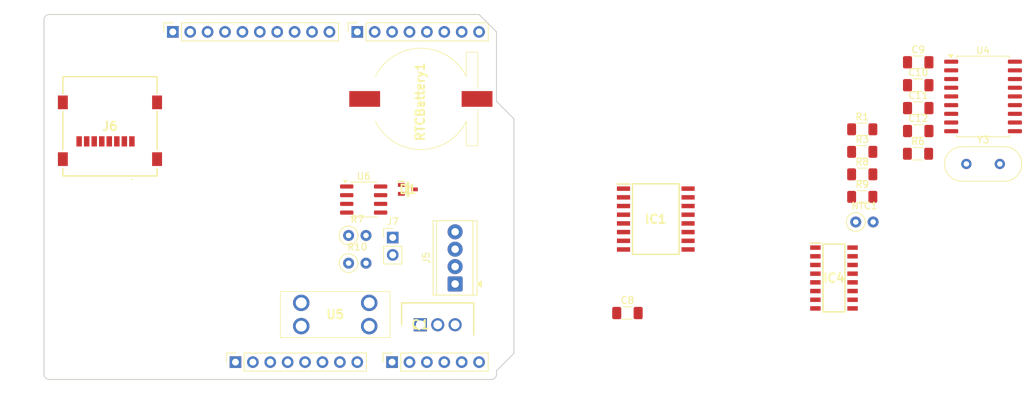
<source format=kicad_pcb>
(kicad_pcb (version 20241229) (generator "pcbnew") (generator_version "9.0")
  (title_block (date "mar. 31 mars 2015"))
  (layers (0 "F.Cu" signal) (2 "B.Cu" signal) (13 "F.Paste" user) (15 "B.Paste" user) (5 "F.SilkS" user "F.Silkscreen") (7 "B.SilkS" user "B.Silkscreen") (1 "F.Mask" user) (3 "B.Mask" user) (25 "Edge.Cuts" user))
  (net 0 "")
  (net 1 "GND")
  (net 3 "+5V")
  (net 4 "/IOREF")
  (net 5 "/A0")
  (net 6 "/A1")
  (net 7 "/A2")
  (net 8 "/A3")
  (net 9 "Net-(U4-OSC2)")
  (net 10 "Net-(U4-OSC1)")
  (net 11 "SCL")
  (net 12 "SDA")
  (net 13 "/AREF")
  (net 14 "/8")
  (net 15 "/7")
  (net 17 "/*10")
  (net 19 "/4")
  (net 20 "/2")
  (net 21 "/*6")
  (net 22 "/*5")
  (net 23 "/TX{slash}1")
  (net 24 "/*3")
  (net 25 "/RX{slash}0")
  (net 26 "+3V3")
  (net 27 "VCC")
  (net 28 "/~{RESET}")
  (net 32 "MOSI5V")
  (net 34 "SDCS5V")
  (net 36 "CLK3.3V")
  (net 37 "MISO5V")
  (net 38 "MISO3.3V")
  (net 40 "SDCS3.3V")
  (net 42 "MOSI3.3V")
  (net 43 "+3.3V")
  (net 44 "CLK5V")
  (net 45 "CANBusCS")
  (net 46 "CANBUS_L")
  (net 47 "Net-(J5-Pin_1)")
  (net 48 "CANBUS_H")
  (net 55 "Net-(Q1-Pad1)")
  (net 56 "Net-(Q1-Pad3)")
  (net 57 "Net-(U4-~{RESET})")
  (net 59 "/CANBUS-MCP2516/RXtoCANTC")
  (net 60 "/CANBUS-MCP2516/TXtoCANTC")
  (net 66 "+VDC")
  (net 67 "Net-(J7-Pin_2)")
  (net 68 "Net-(U6-Rs)")
  (footprint "Connector_PinSocket_2.54mm:PinSocket_1x08_P2.54mm_Vertical" (layer "F.Cu") (at 127.94 97.46 90)
    (property "Reference" "J1" (hide yes))
    (property "Value" "Power")
    (fp_line (start 1.33 -1.33) (end 1.33 0) (stroke (width 0.12)) (layer "F.SilkS"))
    (fp_line (start 0 -1.33) (end 1.33 -1.33) (stroke (width 0.12)) (layer "F.SilkS"))
    (fp_line (start 1.33 1.27) (end 1.33 19.11) (stroke (width 0.12)) (layer "F.SilkS"))
    (fp_line (start -1.33 1.27) (end 1.33 1.27) (stroke (width 0.12)) (layer "F.SilkS"))
    (fp_line (start -1.33 1.27) (end -1.33 19.11) (stroke (width 0.12)) (layer "F.SilkS"))
    (fp_line (start -1.33 19.11) (end 1.33 19.11) (stroke (width 0.12)) (layer "F.SilkS"))
    (pad "1" thru_hole rect (at 0 0 90) (size 1.7 1.7) (drill 1) (layers "*.Cu" "*.Mask"))
    (pad "2" thru_hole oval (at 0 2.54 90) (size 1.7 1.7) (drill 1) (layers "*.Cu" "*.Mask") (net 4 "/IOREF"))
    (pad "3" thru_hole oval (at 0 5.08 90) (size 1.7 1.7) (drill 1) (layers "*.Cu" "*.Mask") (net 28 "/~{RESET}"))
    (pad "4" thru_hole oval (at 0 7.62 90) (size 1.7 1.7) (drill 1) (layers "*.Cu" "*.Mask") (net 26 "+3V3"))
    (pad "5" thru_hole oval (at 0 10.16 90) (size 1.7 1.7) (drill 1) (layers "*.Cu" "*.Mask") (net 3 "+5V"))
    (pad "6" thru_hole oval (at 0 12.7 90) (size 1.7 1.7) (drill 1) (layers "*.Cu" "*.Mask") (net 1 "GND"))
    (pad "7" thru_hole oval (at 0 15.24 90) (size 1.7 1.7) (drill 1) (layers "*.Cu" "*.Mask") (net 1 "GND"))
    (pad "8" thru_hole oval (at 0 17.78 90) (size 1.7 1.7) (drill 1) (layers "*.Cu" "*.Mask") (net 27 "VCC"))
  )
  (footprint "Connector_PinSocket_2.54mm:PinSocket_1x06_P2.54mm_Vertical" (layer "F.Cu") (at 150.8 97.46 90)
    (property "Reference" "J3" (hide yes))
    (property "Value" "Analog")
    (fp_line (start 1.33 -1.33) (end 1.33 0) (stroke (width 0.12)) (layer "F.SilkS"))
    (fp_line (start 0 -1.33) (end 1.33 -1.33) (stroke (width 0.12)) (layer "F.SilkS"))
    (fp_line (start 1.33 1.27) (end 1.33 14.03) (stroke (width 0.12)) (layer "F.SilkS"))
    (fp_line (start -1.33 1.27) (end 1.33 1.27) (stroke (width 0.12)) (layer "F.SilkS"))
    (fp_line (start -1.33 1.27) (end -1.33 14.03) (stroke (width 0.12)) (layer "F.SilkS"))
    (fp_line (start -1.33 14.03) (end 1.33 14.03) (stroke (width 0.12)) (layer "F.SilkS"))
    (pad "1" thru_hole rect (at 0 0 90) (size 1.7 1.7) (drill 1) (layers "*.Cu" "*.Mask") (net 5 "/A0"))
    (pad "2" thru_hole oval (at 0 2.54 90) (size 1.7 1.7) (drill 1) (layers "*.Cu" "*.Mask") (net 6 "/A1"))
    (pad "3" thru_hole oval (at 0 5.08 90) (size 1.7 1.7) (drill 1) (layers "*.Cu" "*.Mask") (net 7 "/A2"))
    (pad "4" thru_hole oval (at 0 7.62 90) (size 1.7 1.7) (drill 1) (layers "*.Cu" "*.Mask") (net 8 "/A3"))
    (pad "5" thru_hole oval (at 0 10.16 90) (size 1.7 1.7) (drill 1) (layers "*.Cu" "*.Mask") (net 12 "SDA"))
    (pad "6" thru_hole oval (at 0 12.7 90) (size 1.7 1.7) (drill 1) (layers "*.Cu" "*.Mask") (net 11 "SCL"))
  )
  (footprint "Connector_PinSocket_2.54mm:PinSocket_1x10_P2.54mm_Vertical" (layer "F.Cu") (at 118.796 49.2 90)
    (property "Reference" "J2" (hide yes))
    (property "Value" "Digital/PWM")
    (fp_line (start 1.33 -1.33) (end 1.33 0) (stroke (width 0.12)) (layer "F.SilkS"))
    (fp_line (start 0 -1.33) (end 1.33 -1.33) (stroke (width 0.12)) (layer "F.SilkS"))
    (fp_line (start 1.33 1.27) (end 1.33 24.19) (stroke (width 0.12)) (layer "F.SilkS"))
    (fp_line (start -1.33 1.27) (end 1.33 1.27) (stroke (width 0.12)) (layer "F.SilkS"))
    (fp_line (start -1.33 1.27) (end -1.33 24.19) (stroke (width 0.12)) (layer "F.SilkS"))
    (fp_line (start -1.33 24.19) (end 1.33 24.19) (stroke (width 0.12)) (layer "F.SilkS"))
    (pad "1" thru_hole rect (at 0 0 90) (size 1.7 1.7) (drill 1) (layers "*.Cu" "*.Mask") (net 11 "SCL"))
    (pad "2" thru_hole oval (at 0 2.54 90) (size 1.7 1.7) (drill 1) (layers "*.Cu" "*.Mask") (net 12 "SDA"))
    (pad "3" thru_hole oval (at 0 5.08 90) (size 1.7 1.7) (drill 1) (layers "*.Cu" "*.Mask") (net 13 "/AREF"))
    (pad "4" thru_hole oval (at 0 7.62 90) (size 1.7 1.7) (drill 1) (layers "*.Cu" "*.Mask") (net 1 "GND"))
    (pad "5" thru_hole oval (at 0 10.16 90) (size 1.7 1.7) (drill 1) (layers "*.Cu" "*.Mask") (net 44 "CLK5V"))
    (pad "6" thru_hole oval (at 0 12.7 90) (size 1.7 1.7) (drill 1) (layers "*.Cu" "*.Mask") (net 37 "MISO5V"))
    (pad "7" thru_hole oval (at 0 15.24 90) (size 1.7 1.7) (drill 1) (layers "*.Cu" "*.Mask") (net 32 "MOSI5V"))
    (pad "8" thru_hole oval (at 0 17.78 90) (size 1.7 1.7) (drill 1) (layers "*.Cu" "*.Mask") (net 17 "/*10"))
    (pad "9" thru_hole oval (at 0 20.32 90) (size 1.7 1.7) (drill 1) (layers "*.Cu" "*.Mask") (net 45 "CANBusCS"))
    (pad "10" thru_hole oval (at 0 22.86 90) (size 1.7 1.7) (drill 1) (layers "*.Cu" "*.Mask") (net 14 "/8"))
  )
  (footprint "Connector_PinSocket_2.54mm:PinSocket_1x08_P2.54mm_Vertical" (layer "F.Cu") (at 145.72 49.2 90)
    (property "Reference" "J4" (hide yes))
    (property "Value" "Digital/PWM")
    (fp_line (start 1.33 -1.33) (end 1.33 0) (stroke (width 0.12)) (layer "F.SilkS"))
    (fp_line (start 0 -1.33) (end 1.33 -1.33) (stroke (width 0.12)) (layer "F.SilkS"))
    (fp_line (start 1.33 1.27) (end 1.33 19.11) (stroke (width 0.12)) (layer "F.SilkS"))
    (fp_line (start -1.33 1.27) (end 1.33 1.27) (stroke (width 0.12)) (layer "F.SilkS"))
    (fp_line (start -1.33 1.27) (end -1.33 19.11) (stroke (width 0.12)) (layer "F.SilkS"))
    (fp_line (start -1.33 19.11) (end 1.33 19.11) (stroke (width 0.12)) (layer "F.SilkS"))
    (pad "1" thru_hole rect (at 0 0 90) (size 1.7 1.7) (drill 1) (layers "*.Cu" "*.Mask") (net 15 "/7"))
    (pad "2" thru_hole oval (at 0 2.54 90) (size 1.7 1.7) (drill 1) (layers "*.Cu" "*.Mask") (net 21 "/*6"))
    (pad "3" thru_hole oval (at 0 5.08 90) (size 1.7 1.7) (drill 1) (layers "*.Cu" "*.Mask") (net 22 "/*5"))
    (pad "4" thru_hole oval (at 0 7.62 90) (size 1.7 1.7) (drill 1) (layers "*.Cu" "*.Mask") (net 19 "/4"))
    (pad "5" thru_hole oval (at 0 10.16 90) (size 1.7 1.7) (drill 1) (layers "*.Cu" "*.Mask") (net 24 "/*3"))
    (pad "6" thru_hole oval (at 0 12.7 90) (size 1.7 1.7) (drill 1) (layers "*.Cu" "*.Mask") (net 20 "/2"))
    (pad "7" thru_hole oval (at 0 15.24 90) (size 1.7 1.7) (drill 1) (layers "*.Cu" "*.Mask") (net 23 "/TX{slash}1"))
    (pad "8" thru_hole oval (at 0 17.78 90) (size 1.7 1.7) (drill 1) (layers "*.Cu" "*.Mask") (net 25 "/RX{slash}0"))
  )
  (footprint "Resistor_SMD:R_1206_3216Metric_Pad1.30x1.75mm_HandSolder" (layer "F.Cu") (at 227.56 67.01)
    (property "Reference" "R6" (at 0 -1.82 0) (layer "F.SilkS"))
    (property "Value" "10k")
    (fp_line (start -0.727064 -0.91) (end 0.727064 -0.91) (stroke (width 0.12)) (layer "F.SilkS"))
    (fp_line (start -0.727064 0.91) (end 0.727064 0.91) (stroke (width 0.12)) (layer "F.SilkS"))
    (pad "1" smd roundrect (at -1.55 0) (size 1.3 1.75) (layers "F.Cu" "F.Mask" "F.Paste") (roundrect_rratio 0.192308) (net 57 "Net-(U4-~{RESET})"))
    (pad "2" smd roundrect (at 1.55 0) (size 1.3 1.75) (layers "F.Cu" "F.Mask" "F.Paste") (roundrect_rratio 0.192308) (net 3 "+5V"))
  )
  (footprint "SamacSys:3568" (layer "F.Cu") (at 147.46 88.8 180)
    (property "Reference" "U5" (at 4.96 -1.7 0) (layer "F.SilkS") (effects (font (size 1.27 1.27) (thickness 0.254))))
    (property "Value" "3568" (hide yes))
    (fp_line (start 12.96 1.665) (end -3.04 1.665) (stroke (width 0.1)) (layer "F.SilkS"))
    (fp_line (start 12.96 -5.065) (end 12.96 1.665) (stroke (width 0.1)) (layer "F.SilkS"))
    (fp_line (start -3.04 1.665) (end -3.04 -5.065) (stroke (width 0.1)) (layer "F.SilkS"))
    (fp_line (start -3.04 -5.065) (end 12.96 -5.065) (stroke (width 0.1)) (layer "F.SilkS"))
    (pad "1" thru_hole circle (at 0 0 180) (size 2.4 2.4) (drill 1.6) (layers "*.Cu" "*.Mask") (net 56 "Net-(Q1-Pad3)"))
    (pad "2" thru_hole circle (at 0 -3.4 180) (size 2.4 2.4) (drill 1.6) (layers "*.Cu" "*.Mask") (net 56 "Net-(Q1-Pad3)"))
    (pad "3" thru_hole circle (at 9.92 0 180) (size 2.4 2.4) (drill 1.6) (layers "*.Cu" "*.Mask") (net 66 "+VDC"))
    (pad "4" thru_hole circle (at 9.92 -3.4 180) (size 2.4 2.4) (drill 1.6) (layers "*.Cu" "*.Mask") (net 66 "+VDC"))
  )
  (footprint "Resistor_SMD:R_1206_3216Metric_Pad1.30x1.75mm_HandSolder" (layer "F.Cu") (at 219.42 70.02)
    (property "Reference" "R8" (at 0 -1.82 0) (layer "F.SilkS"))
    (property "Value" "10k")
    (fp_line (start -0.727064 -0.91) (end 0.727064 -0.91) (stroke (width 0.12)) (layer "F.SilkS"))
    (fp_line (start -0.727064 0.91) (end 0.727064 0.91) (stroke (width 0.12)) (layer "F.SilkS"))
    (pad "1" smd roundrect (at -1.55 0) (size 1.3 1.75) (layers "F.Cu" "F.Mask" "F.Paste") (roundrect_rratio 0.192308) (net 3 "+5V"))
    (pad "2" smd roundrect (at 1.55 0) (size 1.3 1.75) (layers "F.Cu" "F.Mask" "F.Paste") (roundrect_rratio 0.192308) (net 11 "SCL"))
  )
  (footprint "SamacSys:TO254P469X1042X1967-3P" (layer "F.Cu") (at 154.92 92)
    (property "Reference" "Q1" (at 0 0 0) (layer "F.SilkS") (effects (font (size 1.27 1.27) (thickness 0.254))))
    (property "Value" "IRF9Z34NPBF" (hide yes))
    (fp_line (start -2.73 -3.195) (end -2.73 0) (stroke (width 0.2)) (layer "F.SilkS"))
    (fp_line (start 7.81 -3.195) (end -2.73 -3.195) (stroke (width 0.2)) (layer "F.SilkS"))
    (fp_line (start 7.81 1.495) (end 7.81 -3.195) (stroke (width 0.2)) (layer "F.SilkS"))
    (pad "1" thru_hole rect (at 0 0) (size 1.92 1.92) (drill 1.28) (layers "*.Cu" "*.Mask") (net 55 "Net-(Q1-Pad1)"))
    (pad "2" thru_hole circle (at 2.54 0) (size 1.92 1.92) (drill 1.28) (layers "*.Cu" "*.Mask") (net 47 "Net-(J5-Pin_1)"))
    (pad "3" thru_hole circle (at 5.08 0) (size 1.92 1.92) (drill 1.28) (layers "*.Cu" "*.Mask") (net 56 "Net-(Q1-Pad3)"))
  )
  (footprint "Resistor_SMD:R_1206_3216Metric_Pad1.30x1.75mm_HandSolder" (layer "F.Cu") (at 219.42 73.31)
    (property "Reference" "R9" (at 0 -1.82 0) (layer "F.SilkS"))
    (property "Value" "10k")
    (fp_line (start -0.727064 -0.91) (end 0.727064 -0.91) (stroke (width 0.12)) (layer "F.SilkS"))
    (fp_line (start -0.727064 0.91) (end 0.727064 0.91) (stroke (width 0.12)) (layer "F.SilkS"))
    (pad "1" smd roundrect (at -1.55 0) (size 1.3 1.75) (layers "F.Cu" "F.Mask" "F.Paste") (roundrect_rratio 0.192308) (net 3 "+5V"))
    (pad "2" smd roundrect (at 1.55 0) (size 1.3 1.75) (layers "F.Cu" "F.Mask" "F.Paste") (roundrect_rratio 0.192308) (net 12 "SDA"))
  )
  (footprint "SamacSys:S8411-45R_1" (layer "F.Cu") (at 155 59 90)
    (property "Reference" "RTCBattery1" (at -0.412 -0.096 90) (layer "F.SilkS") (effects (font (size 1.27 1.27) (thickness 0.254))))
    (property "Value" "S8411-45R" (hide yes))
    (fp_line (start 6.832 6.625) (end 3.296 6.625) (stroke (width 0.1)) (layer "F.SilkS"))
    (fp_line (start -6.832 6.625) (end -3.27 6.625) (stroke (width 0.1)) (layer "F.SilkS"))
    (fp_line (start 6.832 8.307) (end 6.832 6.625) (stroke (width 0.1)) (layer "F.SilkS"))
    (fp_line (start 6.832 8.307) (end 1.49 8.307) (stroke (width 0.1)) (layer "F.SilkS"))
    (fp_line (start -6.832 8.307) (end -6.832 6.625) (stroke (width 0.1)) (layer "F.SilkS"))
    (fp_line (start -6.832 8.307) (end -1.553 8.307) (stroke (width 0.1)) (layer "F.SilkS"))
    (fp_arc (start 3.295287 -6.625787) (mid 7.399995 -0.000884) (end 3.29687 6.625) (stroke (width 0.1)) (layer "F.SilkS"))
    (fp_arc (start -3.295295 6.625783) (mid -7.399998 0.000879) (end -3.29687 -6.625) (stroke (width 0.1)) (layer "F.SilkS"))
    (pad "" np_thru_hole circle (at 0 -3.725 90) (size 1.05 1.05) (drill 1.05) (layers "*.Cu" "*.Mask"))
    (pad "" np_thru_hole circle (at 0 3.725 90) (size 1.3 1.3) (drill 1.3) (layers "*.Cu" "*.Mask"))
    (pad "1" smd rect (at 0 8.2 90) (size 2.3 4.5) (layers "F.Cu" "F.Mask" "F.Paste") (net 6 "/A1"))
    (pad "2" smd rect (at 0 -8.2 90) (size 2.3 4.5) (layers "F.Cu" "F.Mask" "F.Paste") (net 1 "GND"))
  )
  (footprint "Capacitor_SMD:C_1206_3216Metric_Pad1.33x1.80mm_HandSolder" (layer "F.Cu") (at 185.15 90.29)
    (property "Reference" "C8" (at 0 -1.85 0) (layer "F.SilkS"))
    (property "Value" "0.1uF")
    (fp_line (start -0.711252 -0.91) (end 0.711252 -0.91) (stroke (width 0.12)) (layer "F.SilkS"))
    (fp_line (start -0.711252 0.91) (end 0.711252 0.91) (stroke (width 0.12)) (layer "F.SilkS"))
    (pad "1" smd roundrect (at -1.5625 0) (size 1.325 1.8) (layers "F.Cu" "F.Mask" "F.Paste") (roundrect_rratio 0.188679) (net 3 "+5V"))
    (pad "2" smd roundrect (at 1.5625 0) (size 1.325 1.8) (layers "F.Cu" "F.Mask" "F.Paste") (roundrect_rratio 0.188679) (net 1 "GND"))
  )
  (footprint "Capacitor_SMD:C_1206_3216Metric_Pad1.33x1.80mm_HandSolder" (layer "F.Cu") (at 227.59 56.99)
    (property "Reference" "C10" (at 0 -1.85 0) (layer "F.SilkS"))
    (property "Value" "22pf")
    (fp_line (start -0.711252 -0.91) (end 0.711252 -0.91) (stroke (width 0.12)) (layer "F.SilkS"))
    (fp_line (start -0.711252 0.91) (end 0.711252 0.91) (stroke (width 0.12)) (layer "F.SilkS"))
    (pad "1" smd roundrect (at -1.5625 0) (size 1.325 1.8) (layers "F.Cu" "F.Mask" "F.Paste") (roundrect_rratio 0.188679) (net 10 "Net-(U4-OSC1)"))
    (pad "2" smd roundrect (at 1.5625 0) (size 1.325 1.8) (layers "F.Cu" "F.Mask" "F.Paste") (roundrect_rratio 0.188679) (net 1 "GND"))
  )
  (footprint "Capacitor_SMD:C_1206_3216Metric_Pad1.33x1.80mm_HandSolder" (layer "F.Cu") (at 227.59 60.34)
    (property "Reference" "C11" (at 0 -1.85 0) (layer "F.SilkS"))
    (property "Value" "100nf")
    (fp_line (start -0.711252 -0.91) (end 0.711252 -0.91) (stroke (width 0.12)) (layer "F.SilkS"))
    (fp_line (start -0.711252 0.91) (end 0.711252 0.91) (stroke (width 0.12)) (layer "F.SilkS"))
    (pad "1" smd roundrect (at -1.5625 0) (size 1.325 1.8) (layers "F.Cu" "F.Mask" "F.Paste") (roundrect_rratio 0.188679) (net 3 "+5V"))
    (pad "2" smd roundrect (at 1.5625 0) (size 1.325 1.8) (layers "F.Cu" "F.Mask" "F.Paste") (roundrect_rratio 0.188679) (net 1 "GND"))
  )
  (footprint "Package_SO:SOIC-8_3.9x4.9mm_P1.27mm" (layer "F.Cu") (at 146.655 73.7)
    (property "Reference" "U6" (at 0 -3.4 0) (layer "F.SilkS"))
    (property "Value" "MCP2551-I-SN")
    (fp_line (start 0 -2.56) (end -1.95 -2.56) (stroke (width 0.12)) (layer "F.SilkS"))
    (fp_line (start 0 -2.56) (end 1.95 -2.56) (stroke (width 0.12)) (layer "F.SilkS"))
    (fp_line (start 0 2.56) (end -1.95 2.56) (stroke (width 0.12)) (layer "F.SilkS"))
    (fp_line (start 0 2.56) (end 1.95 2.56) (stroke (width 0.12)) (layer "F.SilkS"))
    (fp_poly (pts (xy -2.7 -2.465) (xy -2.94 -2.795) (xy -2.46 -2.795) (xy -2.7 -2.465)) (stroke (width 0.12)) (fill yes) (layer "F.SilkS"))
    (pad "1" smd roundrect (at -2.475 -1.905) (size 1.95 0.6) (layers "F.Cu" "F.Mask" "F.Paste") (net 60 "/CANBUS-MCP2516/TXtoCANTC"))
    (pad "2" smd roundrect (at -2.475 -0.635) (size 1.95 0.6) (layers "F.Cu" "F.Mask" "F.Paste") (net 1 "GND"))
    (pad "3" smd roundrect (at -2.475 0.635) (size 1.95 0.6) (layers "F.Cu" "F.Mask" "F.Paste") (net 3 "+5V"))
    (pad "4" smd roundrect (at -2.475 1.905) (size 1.95 0.6) (layers "F.Cu" "F.Mask" "F.Paste") (net 59 "/CANBUS-MCP2516/RXtoCANTC"))
    (pad "5" smd roundrect (at 2.475 1.905) (size 1.95 0.6) (layers "F.Cu" "F.Mask" "F.Paste"))
    (pad "6" smd roundrect (at 2.475 0.635) (size 1.95 0.6) (layers "F.Cu" "F.Mask" "F.Paste") (net 46 "CANBUS_L"))
    (pad "7" smd roundrect (at 2.475 -0.635) (size 1.95 0.6) (layers "F.Cu" "F.Mask" "F.Paste") (net 48 "CANBUS_H"))
    (pad "8" smd roundrect (at 2.475 -1.905) (size 1.95 0.6) (layers "F.Cu" "F.Mask" "F.Paste") (net 68 "Net-(U6-Rs)"))
  )
  (footprint "SamacSys:SOIC127P1032X265-16N" (layer "F.Cu") (at 189.288 76.555)
    (property "Reference" "IC1" (at 0 0 0) (layer "F.SilkS") (effects (font (size 1.27 1.27) (thickness 0.254))))
    (property "Value" "DS3231SN#" (hide yes))
    (fp_line (start -5.675 -5.12) (end -3.75 -5.12) (stroke (width 0.2)) (layer "F.SilkS"))
    (fp_line (start -3.4 -5.15) (end 3.4 -5.15) (stroke (width 0.2)) (layer "F.SilkS"))
    (fp_line (start -3.4 5.15) (end -3.4 -5.15) (stroke (width 0.2)) (layer "F.SilkS"))
    (fp_line (start 3.4 -5.15) (end 3.4 5.15) (stroke (width 0.2)) (layer "F.SilkS"))
    (fp_line (start 3.4 5.15) (end -3.4 5.15) (stroke (width 0.2)) (layer "F.SilkS"))
    (pad "1" smd rect (at -4.712 -4.445 90) (size 0.65 1.925) (layers "F.Cu" "F.Mask" "F.Paste"))
    (pad "2" smd rect (at -4.712 -3.175 90) (size 0.65 1.925) (layers "F.Cu" "F.Mask" "F.Paste") (net 3 "+5V"))
    (pad "3" smd rect (at -4.712 -1.905 90) (size 0.65 1.925) (layers "F.Cu" "F.Mask" "F.Paste"))
    (pad "4" smd rect (at -4.712 -0.635 90) (size 0.65 1.925) (layers "F.Cu" "F.Mask" "F.Paste"))
    (pad "5" smd rect (at -4.712 0.635 90) (size 0.65 1.925) (layers "F.Cu" "F.Mask" "F.Paste") (net 1 "GND"))
    (pad "6" smd rect (at -4.712 1.905 90) (size 0.65 1.925) (layers "F.Cu" "F.Mask" "F.Paste") (net 1 "GND"))
    (pad "7" smd rect (at -4.712 3.175 90) (size 0.65 1.925) (layers "F.Cu" "F.Mask" "F.Paste") (net 1 "GND"))
    (pad "8" smd rect (at -4.712 4.445 90) (size 0.65 1.925) (layers "F.Cu" "F.Mask" "F.Paste") (net 1 "GND"))
    (pad "9" smd rect (at 4.712 4.445 90) (size 0.65 1.925) (layers "F.Cu" "F.Mask" "F.Paste") (net 1 "GND"))
    (pad "10" smd rect (at 4.712 3.175 90) (size 0.65 1.925) (layers "F.Cu" "F.Mask" "F.Paste") (net 1 "GND"))
    (pad "11" smd rect (at 4.712 1.905 90) (size 0.65 1.925) (layers "F.Cu" "F.Mask" "F.Paste") (net 1 "GND"))
    (pad "12" smd rect (at 4.712 0.635 90) (size 0.65 1.925) (layers "F.Cu" "F.Mask" "F.Paste") (net 1 "GND"))
    (pad "13" smd rect (at 4.712 -0.635 90) (size 0.65 1.925) (layers "F.Cu" "F.Mask" "F.Paste") (net 1 "GND"))
    (pad "14" smd rect (at 4.712 -1.905 90) (size 0.65 1.925) (layers "F.Cu" "F.Mask" "F.Paste") (net 6 "/A1"))
    (pad "15" smd rect (at 4.712 -3.175 90) (size 0.65 1.925) (layers "F.Cu" "F.Mask" "F.Paste") (net 12 "SDA"))
    (pad "16" smd rect (at 4.712 -4.445 90) (size 0.65 1.925) (layers "F.Cu" "F.Mask" "F.Paste") (net 11 "SCL"))
  )
  (footprint "Arduino_MountingHole:MountingHole_3.2mm" (layer "F.Cu") (at 115.24 49.2)
    (property "Reference" "MH1" (hide yes))
    (property "Value" "MountingHole_3.2mm" (hide yes))
    (pad "" np_thru_hole circle (at 0 0) (size 3.2 3.2) (drill 3.2) (layers "*.Cu" "*.Mask"))
  )
  (footprint "Package_SO:SOIC-18W_7.5x11.6mm_P1.27mm" (layer "F.Cu") (at 237.05 58.635)
    (property "Reference" "U4" (at 0 -6.72 0) (layer "F.SilkS"))
    (property "Value" "MCP2515-xSO")
    (fp_line (start -3.86 -5.885) (end -3.86 -5.64) (stroke (width 0.12)) (layer "F.SilkS"))
    (fp_line (start -3.86 5.885) (end -3.86 5.64) (stroke (width 0.12)) (layer "F.SilkS"))
    (fp_line (start 0 -5.885) (end -3.86 -5.885) (stroke (width 0.12)) (layer "F.SilkS"))
    (fp_line (start 0 -5.885) (end 3.86 -5.885) (stroke (width 0.12)) (layer "F.SilkS"))
    (fp_line (start 0 5.885) (end -3.86 5.885) (stroke (width 0.12)) (layer "F.SilkS"))
    (fp_line (start 0 5.885) (end 3.86 5.885) (stroke (width 0.12)) (layer "F.SilkS"))
    (fp_line (start 3.86 -5.885) (end 3.86 -5.64) (stroke (width 0.12)) (layer "F.SilkS"))
    (fp_line (start 3.86 5.885) (end 3.86 5.64) (stroke (width 0.12)) (layer "F.SilkS"))
    (fp_poly (pts (xy -4.7125 -5.64) (xy -5.0525 -6.11) (xy -4.3725 -6.11) (xy -4.7125 -5.64)) (stroke (width 0.12)) (fill yes) (layer "F.SilkS"))
    (pad "1" smd roundrect (at -4.65 -5.08) (size 2.05 0.6) (layers "F.Cu" "F.Mask" "F.Paste") (net 60 "/CANBUS-MCP2516/TXtoCANTC"))
    (pad "2" smd roundrect (at -4.65 -3.81) (size 2.05 0.6) (layers "F.Cu" "F.Mask" "F.Paste") (net 59 "/CANBUS-MCP2516/RXtoCANTC"))
    (pad "3" smd roundrect (at -4.65 -2.54) (size 2.05 0.6) (layers "F.Cu" "F.Mask" "F.Paste"))
    (pad "4" smd roundrect (at -4.65 -1.27) (size 2.05 0.6) (layers "F.Cu" "F.Mask" "F.Paste"))
    (pad "5" smd roundrect (at -4.65 0) (size 2.05 0.6) (layers "F.Cu" "F.Mask" "F.Paste"))
    (pad "6" smd roundrect (at -4.65 1.27) (size 2.05 0.6) (layers "F.Cu" "F.Mask" "F.Paste"))
    (pad "7" smd roundrect (at -4.65 2.54) (size 2.05 0.6) (layers "F.Cu" "F.Mask" "F.Paste") (net 9 "Net-(U4-OSC2)"))
    (pad "8" smd roundrect (at -4.65 3.81) (size 2.05 0.6) (layers "F.Cu" "F.Mask" "F.Paste") (net 10 "Net-(U4-OSC1)"))
    (pad "9" smd roundrect (at -4.65 5.08) (size 2.05 0.6) (layers "F.Cu" "F.Mask" "F.Paste") (net 1 "GND"))
    (pad "10" smd roundrect (at 4.65 5.08) (size 2.05 0.6) (layers "F.Cu" "F.Mask" "F.Paste"))
    (pad "11" smd roundrect (at 4.65 3.81) (size 2.05 0.6) (layers "F.Cu" "F.Mask" "F.Paste"))
    (pad "12" smd roundrect (at 4.65 2.54) (size 2.05 0.6) (layers "F.Cu" "F.Mask" "F.Paste") (net 20 "/2"))
    (pad "13" smd roundrect (at 4.65 1.27) (size 2.05 0.6) (layers "F.Cu" "F.Mask" "F.Paste") (net 44 "CLK5V"))
    (pad "14" smd roundrect (at 4.65 0) (size 2.05 0.6) (layers "F.Cu" "F.Mask" "F.Paste") (net 32 "MOSI5V"))
    (pad "15" smd roundrect (at 4.65 -1.27) (size 2.05 0.6) (layers "F.Cu" "F.Mask" "F.Paste") (net 37 "MISO5V"))
    (pad "16" smd roundrect (at 4.65 -2.54) (size 2.05 0.6) (layers "F.Cu" "F.Mask" "F.Paste") (net 45 "CANBusCS"))
    (pad "17" smd roundrect (at 4.65 -3.81) (size 2.05 0.6) (layers "F.Cu" "F.Mask" "F.Paste") (net 57 "Net-(U4-~{RESET})"))
    (pad "18" smd roundrect (at 4.65 -5.08) (size 2.05 0.6) (layers "F.Cu" "F.Mask" "F.Paste") (net 3 "+5V"))
  )
  (footprint "SamacSys:SOT65P210X110-3N" (layer "F.Cu") (at 153.105 72.22)
    (property "Reference" "D1" (at 0 0 0) (layer "F.SilkS") (effects (font (size 1.27 1.27) (thickness 0.254))))
    (property "Value" "PESD5V0L2UU,115" (hide yes))
    (fp_line (start -1.45 -1.175) (end -0.45 -1.175) (stroke (width 0.2)) (layer "F.SilkS"))
    (fp_line (start -0.1 -1) (end 0.1 -1) (stroke (width 0.2)) (layer "F.SilkS"))
    (fp_line (start -0.1 1) (end -0.1 -1) (stroke (width 0.2)) (layer "F.SilkS"))
    (fp_line (start 0.1 -1) (end 0.1 1) (stroke (width 0.2)) (layer "F.SilkS"))
    (fp_line (start 0.1 1) (end -0.1 1) (stroke (width 0.2)) (layer "F.SilkS"))
    (pad "1" smd rect (at -0.95 -0.65 90) (size 0.55 1) (layers "F.Cu" "F.Mask" "F.Paste") (net 48 "CANBUS_H"))
    (pad "2" smd rect (at -0.95 0.65 90) (size 0.55 1) (layers "F.Cu" "F.Mask" "F.Paste") (net 46 "CANBUS_L"))
    (pad "3" smd rect (at 0.95 0 90) (size 0.55 1) (layers "F.Cu" "F.Mask" "F.Paste") (net 1 "GND"))
  )
  (footprint "Connector_PinHeader_2.54mm:PinHeader_1x02_P2.54mm_Vertical" (layer "F.Cu") (at 150.895 79.25)
    (property "Reference" "J7" (at 0 -2.33 0) (layer "F.SilkS"))
    (property "Value" "Conn_01x02")
    (fp_line (start -1.33 -1.33) (end 0 -1.33) (stroke (width 0.12)) (layer "F.SilkS"))
    (fp_line (start -1.33 0) (end -1.33 -1.33) (stroke (width 0.12)) (layer "F.SilkS"))
    (fp_line (start -1.33 1.27) (end -1.33 3.87) (stroke (width 0.12)) (layer "F.SilkS"))
    (fp_line (start -1.33 1.27) (end 1.33 1.27) (stroke (width 0.12)) (layer "F.SilkS"))
    (fp_line (start -1.33 3.87) (end 1.33 3.87) (stroke (width 0.12)) (layer "F.SilkS"))
    (fp_line (start 1.33 1.27) (end 1.33 3.87) (stroke (width 0.12)) (layer "F.SilkS"))
    (pad "1" thru_hole rect (at 0 0) (size 1.7 1.7) (drill 1) (layers "*.Cu" "*.Mask") (net 48 "CANBUS_H"))
    (pad "2" thru_hole oval (at 0 2.54) (size 1.7 1.7) (drill 1) (layers "*.Cu" "*.Mask") (net 67 "Net-(J7-Pin_2)"))
  )
  (footprint "Resistor_THT:R_Axial_DIN0207_L6.3mm_D2.5mm_P2.54mm_Vertical" (layer "F.Cu") (at 144.455 83)
    (property "Reference" "R10" (at 1.27 -2.37 0) (layer "F.SilkS"))
    (property "Value" "120")
    (fp_line (start 1.37 0) (end 1.44 0) (stroke (width 0.12)) (layer "F.SilkS"))
    (fp_circle (center 0 0) (end 1.37 0) (stroke (width 0.12)) (fill no) (layer "F.SilkS"))
    (pad "1" thru_hole circle (at 0 0) (size 1.6 1.6) (drill 0.8) (layers "*.Cu" "*.Mask") (net 67 "Net-(J7-Pin_2)"))
    (pad "2" thru_hole oval (at 2.54 0) (size 1.6 1.6) (drill 0.8) (layers "*.Cu" "*.Mask") (net 46 "CANBUS_L"))
  )
  (footprint "SamacSys:SOIC127P600X175-16N" (layer "F.Cu") (at 215.295 85.17)
    (property "Reference" "IC4" (at 0 0 0) (layer "F.SilkS") (effects (font (size 1.27 1.27) (thickness 0.254))))
    (property "Value" "CD74HC4050ME4" (hide yes))
    (fp_line (start -3.475 -5.12) (end -1.95 -5.12) (stroke (width 0.2)) (layer "F.SilkS"))
    (fp_line (start -1.6 -4.95) (end 1.6 -4.95) (stroke (width 0.2)) (layer "F.SilkS"))
    (fp_line (start -1.6 4.95) (end -1.6 -4.95) (stroke (width 0.2)) (layer "F.SilkS"))
    (fp_line (start 1.6 -4.95) (end 1.6 4.95) (stroke (width 0.2)) (layer "F.SilkS"))
    (fp_line (start 1.6 4.95) (end -1.6 4.95) (stroke (width 0.2)) (layer "F.SilkS"))
    (pad "1" smd rect (at -2.712 -4.445 90) (size 0.65 1.525) (layers "F.Cu" "F.Mask" "F.Paste") (net 43 "+3.3V"))
    (pad "2" smd rect (at -2.712 -3.175 90) (size 0.65 1.525) (layers "F.Cu" "F.Mask" "F.Paste") (net 36 "CLK3.3V"))
    (pad "3" smd rect (at -2.712 -1.905 90) (size 0.65 1.525) (layers "F.Cu" "F.Mask" "F.Paste") (net 44 "CLK5V"))
    (pad "4" smd rect (at -2.712 -0.635 90) (size 0.65 1.525) (layers "F.Cu" "F.Mask" "F.Paste") (net 37 "MISO5V"))
    (pad "5" smd rect (at -2.712 0.635 90) (size 0.65 1.525) (layers "F.Cu" "F.Mask" "F.Paste") (net 38 "MISO3.3V"))
    (pad "6" smd rect (at -2.712 1.905 90) (size 0.65 1.525) (layers "F.Cu" "F.Mask" "F.Paste") (net 42 "MOSI3.3V"))
    (pad "7" smd rect (at -2.712 3.175 90) (size 0.65 1.525) (layers "F.Cu" "F.Mask" "F.Paste") (net 32 "MOSI5V"))
    (pad "8" smd rect (at -2.712 4.445 90) (size 0.65 1.525) (layers "F.Cu" "F.Mask" "F.Paste") (net 1 "GND"))
    (pad "9" smd rect (at 2.712 4.445 90) (size 0.65 1.525) (layers "F.Cu" "F.Mask" "F.Paste"))
    (pad "10" smd rect (at 2.712 3.175 90) (size 0.65 1.525) (layers "F.Cu" "F.Mask" "F.Paste"))
    (pad "11" smd rect (at 2.712 1.905 90) (size 0.65 1.525) (layers "F.Cu" "F.Mask" "F.Paste"))
    (pad "12" smd rect (at 2.712 0.635 90) (size 0.65 1.525) (layers "F.Cu" "F.Mask" "F.Paste"))
    (pad "13" smd rect (at 2.712 -0.635 90) (size 0.65 1.525) (layers "F.Cu" "F.Mask" "F.Paste"))
    (pad "14" smd rect (at 2.712 -1.905 90) (size 0.65 1.525) (layers "F.Cu" "F.Mask" "F.Paste") (net 34 "SDCS5V"))
    (pad "15" smd rect (at 2.712 -3.175 90) (size 0.65 1.525) (layers "F.Cu" "F.Mask" "F.Paste") (net 40 "SDCS3.3V"))
    (pad "16" smd rect (at 2.712 -4.445 90) (size 0.65 1.525) (layers "F.Cu" "F.Mask" "F.Paste"))
  )
  (footprint "Resistor_SMD:R_1206_3216Metric_Pad1.30x1.75mm_HandSolder" (layer "F.Cu") (at 219.42 66.73)
    (property "Reference" "R3" (at 0 -1.82 0) (layer "F.SilkS"))
    (property "Value" "10k")
    (fp_line (start -0.727064 -0.91) (end 0.727064 -0.91) (stroke (width 0.12)) (layer "F.SilkS"))
    (fp_line (start -0.727064 0.91) (end 0.727064 0.91) (stroke (width 0.12)) (layer "F.SilkS"))
    (pad "1" smd roundrect (at -1.55 0) (size 1.3 1.75) (layers "F.Cu" "F.Mask" "F.Paste") (roundrect_rratio 0.192308) (net 1 "GND"))
    (pad "2" smd roundrect (at 1.55 0) (size 1.3 1.75) (layers "F.Cu" "F.Mask" "F.Paste") (roundrect_rratio 0.192308) (net 5 "/A0"))
  )
  (footprint "Crystal:Crystal_HC49-U_Vertical" (layer "F.Cu") (at 234.62 68.5)
    (property "Reference" "Y3" (at 2.44 -3.525 0) (layer "F.SilkS"))
    (property "Value" "16MHz")
    (fp_line (start -0.685 -2.525) (end 5.565 -2.525) (stroke (width 0.12)) (layer "F.SilkS"))
    (fp_line (start -0.685 2.525) (end 5.565 2.525) (stroke (width 0.12)) (layer "F.SilkS"))
    (fp_arc (start -0.685 2.525) (mid -3.21 0) (end -0.685 -2.525) (stroke (width 0.12)) (layer "F.SilkS"))
    (fp_arc (start 5.565 -2.525) (mid 8.09 0) (end 5.565 2.525) (stroke (width 0.12)) (layer "F.SilkS"))
    (pad "1" thru_hole circle (at 0 0) (size 1.5 1.5) (drill 0.8) (layers "*.Cu" "*.Mask") (net 10 "Net-(U4-OSC1)"))
    (pad "2" thru_hole circle (at 4.88 0) (size 1.5 1.5) (drill 0.8) (layers "*.Cu" "*.Mask") (net 9 "Net-(U4-OSC2)"))
  )
  (footprint "Resistor_THT:R_Axial_DIN0207_L6.3mm_D2.5mm_P2.54mm_Vertical" (layer "F.Cu") (at 144.455 78.95)
    (property "Reference" "R7" (at 1.27 -2.37 0) (layer "F.SilkS"))
    (property "Value" "17k")
    (fp_line (start 1.37 0) (end 1.44 0) (stroke (width 0.12)) (layer "F.SilkS"))
    (fp_circle (center 0 0) (end 1.37 0) (stroke (width 0.12)) (fill no) (layer "F.SilkS"))
    (pad "1" thru_hole circle (at 0 0) (size 1.6 1.6) (drill 0.8) (layers "*.Cu" "*.Mask") (net 68 "Net-(U6-Rs)"))
    (pad "2" thru_hole oval (at 2.54 0) (size 1.6 1.6) (drill 0.8) (layers "*.Cu" "*.Mask") (net 1 "GND"))
  )
  (footprint "Resistor_SMD:R_1206_3216Metric_Pad1.30x1.75mm_HandSolder" (layer "F.Cu") (at 219.42 63.44)
    (property "Reference" "R1" (at 0 -1.82 0) (layer "F.SilkS"))
    (property "Value" "10k")
    (fp_line (start -0.727064 -0.91) (end 0.727064 -0.91) (stroke (width 0.12)) (layer "F.SilkS"))
    (fp_line (start -0.727064 0.91) (end 0.727064 0.91) (stroke (width 0.12)) (layer "F.SilkS"))
    (pad "1" smd roundrect (at -1.55 0) (size 1.3 1.75) (layers "F.Cu" "F.Mask" "F.Paste") (roundrect_rratio 0.192308) (net 55 "Net-(Q1-Pad1)"))
    (pad "2" smd roundrect (at 1.55 0) (size 1.3 1.75) (layers "F.Cu" "F.Mask" "F.Paste") (roundrect_rratio 0.192308) (net 1 "GND"))
  )
  (footprint "TerminalBlock_Phoenix:TerminalBlock_Phoenix_MPT-0,5-4-2.54_1x04_P2.54mm_Horizontal" (layer "F.Cu") (at 160 86.04 90)
    (property "Reference" "J5" (at 3.81 -4.22 90) (layer "F.SilkS"))
    (property "Value" "Power_And_CAN")
    (fp_line (start 9.24 -3.22) (end 9.24 3.22) (stroke (width 0.12)) (layer "F.SilkS"))
    (fp_line (start -1.62 -3.22) (end 9.24 -3.22) (stroke (width 0.12)) (layer "F.SilkS"))
    (fp_line (start -1.62 -3.22) (end -1.62 3.22) (stroke (width 0.12)) (layer "F.SilkS"))
    (fp_line (start -1.62 -2.7) (end 9.24 -2.7) (stroke (width 0.12)) (layer "F.SilkS"))
    (fp_line (start -1.62 2.6) (end 9.24 2.6) (stroke (width 0.12)) (layer "F.SilkS"))
    (fp_line (start 0.3 3.22) (end 9.24 3.22) (stroke (width 0.12)) (layer "F.SilkS"))
    (fp_line (start -1.62 3.22) (end -0.3 3.22) (stroke (width 0.12)) (layer "F.SilkS"))
    (fp_poly (pts (xy 0 3.22) (xy 0.44 3.83) (xy -0.44 3.83) (xy 0 3.22)) (stroke (width 0.12)) (fill yes) (layer "F.SilkS"))
    (pad "1" thru_hole roundrect (at 0 0 90) (size 2.2 2.2) (drill 1.1) (layers "*.Cu" "*.Mask") (roundrect_rratio 0.113636) (net 47 "Net-(J5-Pin_1)"))
    (pad "2" thru_hole circle (at 2.54 0 90) (size 2.2 2.2) (drill 1.1) (layers "*.Cu" "*.Mask") (net 1 "GND"))
    (pad "3" thru_hole circle (at 5.08 0 90) (size 2.2 2.2) (drill 1.1) (layers "*.Cu" "*.Mask") (net 48 "CANBUS_H"))
    (pad "4" thru_hole circle (at 7.62 0 90) (size 2.2 2.2) (drill 1.1) (layers "*.Cu" "*.Mask") (net 46 "CANBUS_L"))
  )
  (footprint "Arduino_MountingHole:MountingHole_3.2mm" (layer "F.Cu") (at 113.97 97.46)
    (property "Reference" "MH2" (hide yes))
    (property "Value" "MountingHole_3.2mm" (hide yes))
    (pad "" np_thru_hole circle (at 0 0) (size 3.2 3.2) (drill 3.2) (layers "*.Cu" "*.Mask"))
  )
  (footprint "SamacSys:GTFH08131YHR" (layer "F.Cu") (at 109.625 63)
    (property "Reference" "J6" (at 0 0 0) (layer "F.SilkS") (effects (font (size 1.27 1.27) (thickness 0.254))))
    (property "Value" "GTFH08131YHR" (hide yes))
    (fp_line (start -6.875 -7.25) (end -6.875 -4.8) (stroke (width 0.2)) (layer "F.SilkS"))
    (fp_line (start -6.875 -2.2) (end -6.875 3.4) (stroke (width 0.2)) (layer "F.SilkS"))
    (fp_line (start -6.875 6.2) (end -6.875 7.25) (stroke (width 0.2)) (layer "F.SilkS"))
    (fp_line (start -6.875 7.25) (end 6.875 7.25) (stroke (width 0.2)) (layer "F.SilkS"))
    (fp_line (start 3.2 7.7) (end 3.2 7.7) (stroke (width 0.1)) (layer "F.SilkS"))
    (fp_line (start 3.2 7.8) (end 3.2 7.8) (stroke (width 0.1)) (layer "F.SilkS"))
    (fp_line (start 6.875 -7.25) (end -6.875 -7.25) (stroke (width 0.2)) (layer "F.SilkS"))
    (fp_line (start 6.875 -4.8) (end 6.875 -7.25) (stroke (width 0.2)) (layer "F.SilkS"))
    (fp_line (start 6.875 -2.2) (end 6.875 3.4) (stroke (width 0.2)) (layer "F.SilkS"))
    (fp_line (start 6.875 7.25) (end 6.875 6.2) (stroke (width 0.2)) (layer "F.SilkS"))
    (fp_arc (start 3.2 7.7) (mid 3.25 7.75) (end 3.2 7.8) (stroke (width 0.1)) (layer "F.SilkS"))
    (fp_arc (start 3.2 7.8) (mid 3.15 7.75) (end 3.2 7.7) (stroke (width 0.1)) (layer "F.SilkS"))
    (pad "1" smd rect (at 3.2 2.2) (size 0.8 1.5) (layers "F.Cu" "F.Mask" "F.Paste"))
    (pad "2" smd rect (at 2.1 2.2) (size 0.8 1.5) (layers "F.Cu" "F.Mask" "F.Paste") (net 40 "SDCS3.3V"))
    (pad "3" smd rect (at 1 2.2) (size 0.8 1.5) (layers "F.Cu" "F.Mask" "F.Paste") (net 42 "MOSI3.3V"))
    (pad "4" smd rect (at -0.1 2.2) (size 0.8 1.5) (layers "F.Cu" "F.Mask" "F.Paste") (net 43 "+3.3V"))
    (pad "5" smd rect (at -1.2 2.2) (size 0.8 1.5) (layers "F.Cu" "F.Mask" "F.Paste") (net 36 "CLK3.3V"))
    (pad "6" smd rect (at -2.3 2.2) (size 0.8 1.5) (layers "F.Cu" "F.Mask" "F.Paste") (net 1 "GND"))
    (pad "7" smd rect (at -3.4 2.2) (size 0.8 1.5) (layers "F.Cu" "F.Mask" "F.Paste") (net 38 "MISO3.3V"))
    (pad "8" smd rect (at -4.5 2.2) (size 0.8 1.5) (layers "F.Cu" "F.Mask" "F.Paste"))
    (pad "MP1" smd rect (at 6.875 -3.5) (size 1.45 2) (layers "F.Cu" "F.Mask" "F.Paste"))
    (pad "MP2" smd rect (at -6.875 -3.5) (size 1.45 2) (layers "F.Cu" "F.Mask" "F.Paste"))
    (pad "MP3" smd rect (at 6.875 4.8) (size 1.45 2) (layers "F.Cu" "F.Mask" "F.Paste"))
    (pad "MP4" smd rect (at -6.875 4.8) (size 1.45 2) (layers "F.Cu" "F.Mask" "F.Paste"))
  )
  (footprint "Arduino_MountingHole:MountingHole_3.2mm" (layer "F.Cu") (at 166.04 64.44)
    (property "Reference" "MH3" (hide yes))
    (property "Value" "MountingHole_3.2mm" (hide yes))
    (pad "" np_thru_hole circle (at 0 0) (size 3.2 3.2) (drill 3.2) (layers "*.Cu" "*.Mask"))
  )
  (footprint "Capacitor_SMD:C_1206_3216Metric_Pad1.33x1.80mm_HandSolder" (layer "F.Cu") (at 227.59 63.69)
    (property "Reference" "C12" (at 0 -1.85 0) (layer "F.SilkS"))
    (property "Value" "100nf")
    (fp_line (start -0.711252 -0.91) (end 0.711252 -0.91) (stroke (width 0.12)) (layer "F.SilkS"))
    (fp_line (start -0.711252 0.91) (end 0.711252 0.91) (stroke (width 0.12)) (layer "F.SilkS"))
    (pad "1" smd roundrect (at -1.5625 0) (size 1.325 1.8) (layers "F.Cu" "F.Mask" "F.Paste") (roundrect_rratio 0.188679) (net 3 "+5V"))
    (pad "2" smd roundrect (at 1.5625 0) (size 1.325 1.8) (layers "F.Cu" "F.Mask" "F.Paste") (roundrect_rratio 0.188679) (net 1 "GND"))
  )
  (footprint "Arduino_MountingHole:MountingHole_3.2mm" (layer "F.Cu") (at 166.04 92.38)
    (property "Reference" "MH4" (hide yes))
    (property "Value" "MountingHole_3.2mm" (hide yes))
    (pad "" np_thru_hole circle (at 0 0) (size 3.2 3.2) (drill 3.2) (layers "*.Cu" "*.Mask"))
  )
  (footprint "Resistor_THT:R_Axial_DIN0207_L6.3mm_D2.5mm_P2.54mm_Vertical" (layer "F.Cu") (at 218.47 76.98)
    (property "Reference" "NTC1" (at 1.27 -2.37 0) (layer "F.SilkS"))
    (property "Value" "10k")
    (fp_line (start 1.37 0) (end 1.44 0) (stroke (width 0.12)) (layer "F.SilkS"))
    (fp_circle (center 0 0) (end 1.37 0) (stroke (width 0.12)) (fill no) (layer "F.SilkS"))
    (pad "1" thru_hole circle (at 0 0) (size 1.6 1.6) (drill 0.8) (layers "*.Cu" "*.Mask") (net 5 "/A0"))
    (pad "2" thru_hole oval (at 2.54 0) (size 1.6 1.6) (drill 0.8) (layers "*.Cu" "*.Mask") (net 3 "+5V"))
  )
  (footprint "Capacitor_SMD:C_1206_3216Metric_Pad1.33x1.80mm_HandSolder" (layer "F.Cu") (at 227.59 53.64)
    (property "Reference" "C9" (at 0 -1.85 0) (layer "F.SilkS"))
    (property "Value" "22pf")
    (fp_line (start -0.711252 -0.91) (end 0.711252 -0.91) (stroke (width 0.12)) (layer "F.SilkS"))
    (fp_line (start -0.711252 0.91) (end 0.711252 0.91) (stroke (width 0.12)) (layer "F.SilkS"))
    (pad "1" smd roundrect (at -1.5625 0) (size 1.325 1.8) (layers "F.Cu" "F.Mask" "F.Paste") (roundrect_rratio 0.188679) (net 9 "Net-(U4-OSC2)"))
    (pad "2" smd roundrect (at 1.5625 0) (size 1.325 1.8) (layers "F.Cu" "F.Mask" "F.Paste") (roundrect_rratio 0.188679) (net 1 "GND"))
  )
  (gr_line (start 166.04 59.36) (end 168.58 61.9) (stroke (width 0.15)) (layer "Edge.Cuts"))
  (gr_line (start 100 99.238) (end 100 47.422) (stroke (width 0.15)) (layer "Edge.Cuts"))
  (gr_line (start 168.58 61.9) (end 168.58 96.19) (stroke (width 0.15)) (layer "Edge.Cuts"))
  (gr_line (start 165.278 100) (end 100.762 100) (stroke (width 0.15)) (layer "Edge.Cuts"))
  (gr_line (start 100.762 46.66) (end 163.5 46.66) (stroke (width 0.15)) (layer "Edge.Cuts"))
  (gr_arc (start 100.762 100) (mid 100.223185 99.776815) (end 100 99.238) (stroke (width 0.15)) (layer "Edge.Cuts"))
  (gr_line (start 168.58 96.19) (end 166.04 98.73) (stroke (width 0.15)) (layer "Edge.Cuts"))
  (gr_line (start 163.5 46.66) (end 166.04 49.2) (stroke (width 0.15)) (layer "Edge.Cuts"))
  (gr_arc (start 166.04 99.238) (mid 165.816815 99.776815) (end 165.278 100) (stroke (width 0.15)) (layer "Edge.Cuts"))
  (gr_line (start 166.04 49.2) (end 166.04 59.36) (stroke (width 0.15)) (layer "Edge.Cuts"))
  (gr_line (start 166.04 98.73) (end 166.04 99.238) (stroke (width 0.15)) (layer "Edge.Cuts"))
  (gr_arc (start 100 47.422) (mid 100.223185 46.883185) (end 100.762 46.66) (stroke (width 0.15)) (layer "Edge.Cuts"))
)
</source>
